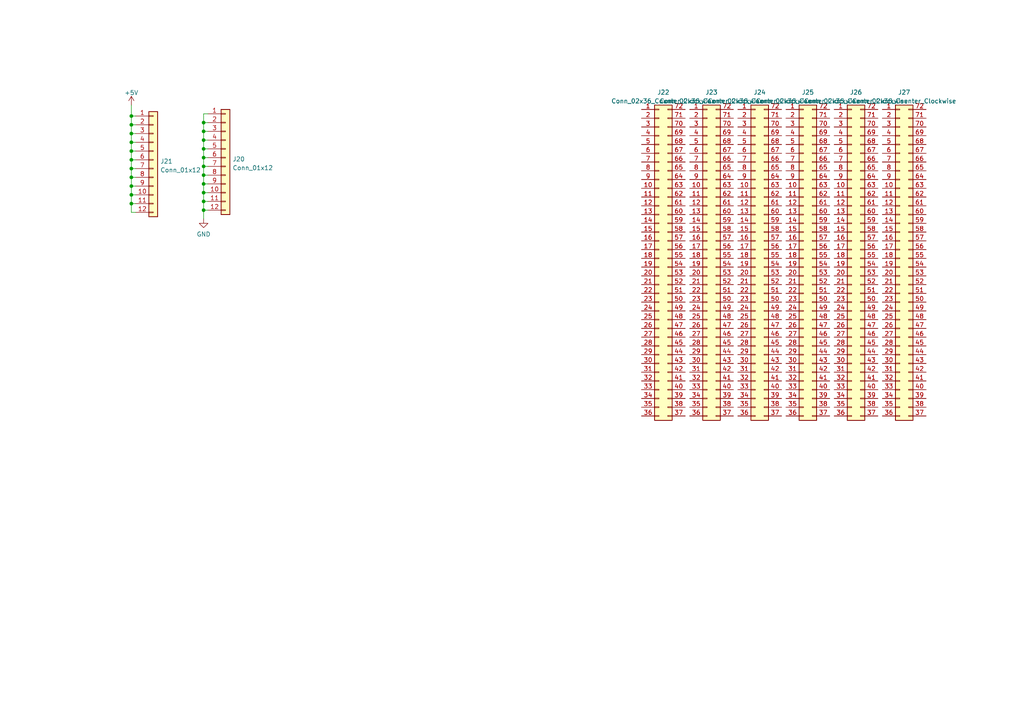
<source format=kicad_sch>
(kicad_sch (version 20230121) (generator eeschema)
  (paper "A4")
  (title_block (title "Unicomp v2 - 6502 6802 Board") (date "2023-06-29") (rev "v2") (company "100% Offner") (comment 1 "v2: Initial"))
  (lib_symbols
    (symbol "Connector_Generic:Conn_01x12" (pin_names (offset 1.016) hide)
      (property "Reference" "J" (at 0 15.24 0))
      (property "Value" "Conn_01x12" (at 0 -17.78 0))
      (symbol "Conn_01x12_1_1"
        (rectangle (start -1.27 -15.113) (end 0 -15.367) (stroke (width 0.1524)))
        (rectangle (start -1.27 -12.573) (end 0 -12.827) (stroke (width 0.1524)))
        (rectangle (start -1.27 -10.033) (end 0 -10.287) (stroke (width 0.1524)))
        (rectangle (start -1.27 -7.493) (end 0 -7.747) (stroke (width 0.1524)))
        (rectangle (start -1.27 -4.953) (end 0 -5.207) (stroke (width 0.1524)))
        (rectangle (start -1.27 -2.413) (end 0 -2.667) (stroke (width 0.1524)))
        (rectangle (start -1.27 0.127) (end 0 -0.127) (stroke (width 0.1524)))
        (rectangle (start -1.27 2.667) (end 0 2.413) (stroke (width 0.1524)))
        (rectangle (start -1.27 5.207) (end 0 4.953) (stroke (width 0.1524)))
        (rectangle (start -1.27 7.747) (end 0 7.493) (stroke (width 0.1524)))
        (rectangle (start -1.27 10.287) (end 0 10.033) (stroke (width 0.1524)))
        (rectangle (start -1.27 12.827) (end 0 12.573) (stroke (width 0.1524)))
        (rectangle (start -1.27 13.97) (end 1.27 -16.51) (stroke (width 0.254)) (fill (type background)))
        (pin passive line (at -5.08 12.7 0) (length 3.81) (name "Pin_1") (number "1"))
        (pin passive line (at -5.08 -10.16 0) (length 3.81) (name "Pin_10") (number "10"))
        (pin passive line (at -5.08 -12.7 0) (length 3.81) (name "Pin_11") (number "11"))
        (pin passive line (at -5.08 -15.24 0) (length 3.81) (name "Pin_12") (number "12"))
        (pin passive line (at -5.08 10.16 0) (length 3.81) (name "Pin_2") (number "2"))
        (pin passive line (at -5.08 7.62 0) (length 3.81) (name "Pin_3") (number "3"))
        (pin passive line (at -5.08 5.08 0) (length 3.81) (name "Pin_4") (number "4"))
        (pin passive line (at -5.08 2.54 0) (length 3.81) (name "Pin_5") (number "5"))
        (pin passive line (at -5.08 0 0) (length 3.81) (name "Pin_6") (number "6"))
        (pin passive line (at -5.08 -2.54 0) (length 3.81) (name "Pin_7") (number "7"))
        (pin passive line (at -5.08 -5.08 0) (length 3.81) (name "Pin_8") (number "8"))
        (pin passive line (at -5.08 -7.62 0) (length 3.81) (name "Pin_9") (number "9"))
      )
    )
    (symbol "Connector_Generic:Conn_02x36_Counter_Clockwise" (pin_names (offset 1.016) hide)
      (property "Reference" "J" (at 1.27 45.72 0))
      (property "Value" "Conn_02x36_Counter_Clockwise" (at 1.27 -48.26 0))
      (symbol "Conn_02x36_Counter_Clockwise_1_1"
        (rectangle (start -1.27 -45.593) (end 0 -45.847) (stroke (width 0.1524)))
        (rectangle (start -1.27 -43.053) (end 0 -43.307) (stroke (width 0.1524)))
        (rectangle (start -1.27 -40.513) (end 0 -40.767) (stroke (width 0.1524)))
        (rectangle (start -1.27 -37.973) (end 0 -38.227) (stroke (width 0.1524)))
        (rectangle (start -1.27 -35.433) (end 0 -35.687) (stroke (width 0.1524)))
        (rectangle (start -1.27 -32.893) (end 0 -33.147) (stroke (width 0.1524)))
        (rectangle (start -1.27 -30.353) (end 0 -30.607) (stroke (width 0.1524)))
        (rectangle (start -1.27 -27.813) (end 0 -28.067) (stroke (width 0.1524)))
        (rectangle (start -1.27 -25.273) (end 0 -25.527) (stroke (width 0.1524)))
        (rectangle (start -1.27 -22.733) (end 0 -22.987) (stroke (width 0.1524)))
        (rectangle (start -1.27 -20.193) (end 0 -20.447) (stroke (width 0.1524)))
        (rectangle (start -1.27 -17.653) (end 0 -17.907) (stroke (width 0.1524)))
        (rectangle (start -1.27 -15.113) (end 0 -15.367) (stroke (width 0.1524)))
        (rectangle (start -1.27 -12.573) (end 0 -12.827) (stroke (width 0.1524)))
        (rectangle (start -1.27 -10.033) (end 0 -10.287) (stroke (width 0.1524)))
        (rectangle (start -1.27 -7.493) (end 0 -7.747) (stroke (width 0.1524)))
        (rectangle (start -1.27 -4.953) (end 0 -5.207) (stroke (width 0.1524)))
        (rectangle (start -1.27 -2.413) (end 0 -2.667) (stroke (width 0.1524)))
        (rectangle (start -1.27 0.127) (end 0 -0.127) (stroke (width 0.1524)))
        (rectangle (start -1.27 2.667) (end 0 2.413) (stroke (width 0.1524)))
        (rectangle (start -1.27 5.207) (end 0 4.953) (stroke (width 0.1524)))
        (rectangle (start -1.27 7.747) (end 0 7.493) (stroke (width 0.1524)))
        (rectangle (start -1.27 10.287) (end 0 10.033) (stroke (width 0.1524)))
        (rectangle (start -1.27 12.827) (end 0 12.573) (stroke (width 0.1524)))
        (rectangle (start -1.27 15.367) (end 0 15.113) (stroke (width 0.1524)))
        (rectangle (start -1.27 17.907) (end 0 17.653) (stroke (width 0.1524)))
        (rectangle (start -1.27 20.447) (end 0 20.193) (stroke (width 0.1524)))
        (rectangle (start -1.27 22.987) (end 0 22.733) (stroke (width 0.1524)))
        (rectangle (start -1.27 25.527) (end 0 25.273) (stroke (width 0.1524)))
        (rectangle (start -1.27 28.067) (end 0 27.813) (stroke (width 0.1524)))
        (rectangle (start -1.27 30.607) (end 0 30.353) (stroke (width 0.1524)))
        (rectangle (start -1.27 33.147) (end 0 32.893) (stroke (width 0.1524)))
        (rectangle (start -1.27 35.687) (end 0 35.433) (stroke (width 0.1524)))
        (rectangle (start -1.27 38.227) (end 0 37.973) (stroke (width 0.1524)))
        (rectangle (start -1.27 40.767) (end 0 40.513) (stroke (width 0.1524)))
        (rectangle (start -1.27 43.307) (end 0 43.053) (stroke (width 0.1524)))
        (rectangle (start -1.27 44.45) (end 3.81 -46.99) (stroke (width 0.254)) (fill (type background)))
        (rectangle (start 3.81 -45.593) (end 2.54 -45.847) (stroke (width 0.1524)))
        (rectangle (start 3.81 -43.053) (end 2.54 -43.307) (stroke (width 0.1524)))
        (rectangle (start 3.81 -40.513) (end 2.54 -40.767) (stroke (width 0.1524)))
        (rectangle (start 3.81 -37.973) (end 2.54 -38.227) (stroke (width 0.1524)))
        (rectangle (start 3.81 -35.433) (end 2.54 -35.687) (stroke (width 0.1524)))
        (rectangle (start 3.81 -32.893) (end 2.54 -33.147) (stroke (width 0.1524)))
        (rectangle (start 3.81 -30.353) (end 2.54 -30.607) (stroke (width 0.1524)))
        (rectangle (start 3.81 -27.813) (end 2.54 -28.067) (stroke (width 0.1524)))
        (rectangle (start 3.81 -25.273) (end 2.54 -25.527) (stroke (width 0.1524)))
        (rectangle (start 3.81 -22.733) (end 2.54 -22.987) (stroke (width 0.1524)))
        (rectangle (start 3.81 -20.193) (end 2.54 -20.447) (stroke (width 0.1524)))
        (rectangle (start 3.81 -17.653) (end 2.54 -17.907) (stroke (width 0.1524)))
        (rectangle (start 3.81 -15.113) (end 2.54 -15.367) (stroke (width 0.1524)))
        (rectangle (start 3.81 -12.573) (end 2.54 -12.827) (stroke (width 0.1524)))
        (rectangle (start 3.81 -10.033) (end 2.54 -10.287) (stroke (width 0.1524)))
        (rectangle (start 3.81 -7.493) (end 2.54 -7.747) (stroke (width 0.1524)))
        (rectangle (start 3.81 -4.953) (end 2.54 -5.207) (stroke (width 0.1524)))
        (rectangle (start 3.81 -2.413) (end 2.54 -2.667) (stroke (width 0.1524)))
        (rectangle (start 3.81 0.127) (end 2.54 -0.127) (stroke (width 0.1524)))
        (rectangle (start 3.81 2.667) (end 2.54 2.413) (stroke (width 0.1524)))
        (rectangle (start 3.81 5.207) (end 2.54 4.953) (stroke (width 0.1524)))
        (rectangle (start 3.81 7.747) (end 2.54 7.493) (stroke (width 0.1524)))
        (rectangle (start 3.81 10.287) (end 2.54 10.033) (stroke (width 0.1524)))
        (rectangle (start 3.81 12.827) (end 2.54 12.573) (stroke (width 0.1524)))
        (rectangle (start 3.81 15.367) (end 2.54 15.113) (stroke (width 0.1524)))
        (rectangle (start 3.81 17.907) (end 2.54 17.653) (stroke (width 0.1524)))
        (rectangle (start 3.81 20.447) (end 2.54 20.193) (stroke (width 0.1524)))
        (rectangle (start 3.81 22.987) (end 2.54 22.733) (stroke (width 0.1524)))
        (rectangle (start 3.81 25.527) (end 2.54 25.273) (stroke (width 0.1524)))
        (rectangle (start 3.81 28.067) (end 2.54 27.813) (stroke (width 0.1524)))
        (rectangle (start 3.81 30.607) (end 2.54 30.353) (stroke (width 0.1524)))
        (rectangle (start 3.81 33.147) (end 2.54 32.893) (stroke (width 0.1524)))
        (rectangle (start 3.81 35.687) (end 2.54 35.433) (stroke (width 0.1524)))
        (rectangle (start 3.81 38.227) (end 2.54 37.973) (stroke (width 0.1524)))
        (rectangle (start 3.81 40.767) (end 2.54 40.513) (stroke (width 0.1524)))
        (rectangle (start 3.81 43.307) (end 2.54 43.053) (stroke (width 0.1524)))
        (pin passive line (at -5.08 43.18 0) (length 3.81) (name "Pin_1") (number "1"))
        (pin passive line (at -5.08 20.32 0) (length 3.81) (name "Pin_10") (number "10"))
        (pin passive line (at -5.08 17.78 0) (length 3.81) (name "Pin_11") (number "11"))
        (pin passive line (at -5.08 15.24 0) (length 3.81) (name "Pin_12") (number "12"))
        (pin passive line (at -5.08 12.7 0) (length 3.81) (name "Pin_13") (number "13"))
        (pin passive line (at -5.08 10.16 0) (length 3.81) (name "Pin_14") (number "14"))
        (pin passive line (at -5.08 7.62 0) (length 3.81) (name "Pin_15") (number "15"))
        (pin passive line (at -5.08 5.08 0) (length 3.81) (name "Pin_16") (number "16"))
        (pin passive line (at -5.08 2.54 0) (length 3.81) (name "Pin_17") (number "17"))
        (pin passive line (at -5.08 0 0) (length 3.81) (name "Pin_18") (number "18"))
        (pin passive line (at -5.08 -2.54 0) (length 3.81) (name "Pin_19") (number "19"))
        (pin passive line (at -5.08 40.64 0) (length 3.81) (name "Pin_2") (number "2"))
        (pin passive line (at -5.08 -5.08 0) (length 3.81) (name "Pin_20") (number "20"))
        (pin passive line (at -5.08 -7.62 0) (length 3.81) (name "Pin_21") (number "21"))
        (pin passive line (at -5.08 -10.16 0) (length 3.81) (name "Pin_22") (number "22"))
        (pin passive line (at -5.08 -12.7 0) (length 3.81) (name "Pin_23") (number "23"))
        (pin passive line (at -5.08 -15.24 0) (length 3.81) (name "Pin_24") (number "24"))
        (pin passive line (at -5.08 -17.78 0) (length 3.81) (name "Pin_25") (number "25"))
        (pin passive line (at -5.08 -20.32 0) (length 3.81) (name "Pin_26") (number "26"))
        (pin passive line (at -5.08 -22.86 0) (length 3.81) (name "Pin_27") (number "27"))
        (pin passive line (at -5.08 -25.4 0) (length 3.81) (name "Pin_28") (number "28"))
        (pin passive line (at -5.08 -27.94 0) (length 3.81) (name "Pin_29") (number "29"))
        (pin passive line (at -5.08 38.1 0) (length 3.81) (name "Pin_3") (number "3"))
        (pin passive line (at -5.08 -30.48 0) (length 3.81) (name "Pin_30") (number "30"))
        (pin passive line (at -5.08 -33.02 0) (length 3.81) (name "Pin_31") (number "31"))
        (pin passive line (at -5.08 -35.56 0) (length 3.81) (name "Pin_32") (number "32"))
        (pin passive line (at -5.08 -38.1 0) (length 3.81) (name "Pin_33") (number "33"))
        (pin passive line (at -5.08 -40.64 0) (length 3.81) (name "Pin_34") (number "34"))
        (pin passive line (at -5.08 -43.18 0) (length 3.81) (name "Pin_35") (number "35"))
        (pin passive line (at -5.08 -45.72 0) (length 3.81) (name "Pin_36") (number "36"))
        (pin passive line (at 7.62 -45.72 180) (length 3.81) (name "Pin_37") (number "37"))
        (pin passive line (at 7.62 -43.18 180) (length 3.81) (name "Pin_38") (number "38"))
        (pin passive line (at 7.62 -40.64 180) (length 3.81) (name "Pin_39") (number "39"))
        (pin passive line (at -5.08 35.56 0) (length 3.81) (name "Pin_4") (number "4"))
        (pin passive line (at 7.62 -38.1 180) (length 3.81) (name "Pin_40") (number "40"))
        (pin passive line (at 7.62 -35.56 180) (length 3.81) (name "Pin_41") (number "41"))
        (pin passive line (at 7.62 -33.02 180) (length 3.81) (name "Pin_42") (number "42"))
        (pin passive line (at 7.62 -30.48 180) (length 3.81) (name "Pin_43") (number "43"))
        (pin passive line (at 7.62 -27.94 180) (length 3.81) (name "Pin_44") (number "44"))
        (pin passive line (at 7.62 -25.4 180) (length 3.81) (name "Pin_45") (number "45"))
        (pin passive line (at 7.62 -22.86 180) (length 3.81) (name "Pin_46") (number "46"))
        (pin passive line (at 7.62 -20.32 180) (length 3.81) (name "Pin_47") (number "47"))
        (pin passive line (at 7.62 -17.78 180) (length 3.81) (name "Pin_48") (number "48"))
        (pin passive line (at 7.62 -15.24 180) (length 3.81) (name "Pin_49") (number "49"))
        (pin passive line (at -5.08 33.02 0) (length 3.81) (name "Pin_5") (number "5"))
        (pin passive line (at 7.62 -12.7 180) (length 3.81) (name "Pin_50") (number "50"))
        (pin passive line (at 7.62 -10.16 180) (length 3.81) (name "Pin_51") (number "51"))
        (pin passive line (at 7.62 -7.62 180) (length 3.81) (name "Pin_52") (number "52"))
        (pin passive line (at 7.62 -5.08 180) (length 3.81) (name "Pin_53") (number "53"))
        (pin passive line (at 7.62 -2.54 180) (length 3.81) (name "Pin_54") (number "54"))
        (pin passive line (at 7.62 0 180) (length 3.81) (name "Pin_55") (number "55"))
        (pin passive line (at 7.62 2.54 180) (length 3.81) (name "Pin_56") (number "56"))
        (pin passive line (at 7.62 5.08 180) (length 3.81) (name "Pin_57") (number "57"))
        (pin passive line (at 7.62 7.62 180) (length 3.81) (name "Pin_58") (number "58"))
        (pin passive line (at 7.62 10.16 180) (length 3.81) (name "Pin_59") (number "59"))
        (pin passive line (at -5.08 30.48 0) (length 3.81) (name "Pin_6") (number "6"))
        (pin passive line (at 7.62 12.7 180) (length 3.81) (name "Pin_60") (number "60"))
        (pin passive line (at 7.62 15.24 180) (length 3.81) (name "Pin_61") (number "61"))
        (pin passive line (at 7.62 17.78 180) (length 3.81) (name "Pin_62") (number "62"))
        (pin passive line (at 7.62 20.32 180) (length 3.81) (name "Pin_63") (number "63"))
        (pin passive line (at 7.62 22.86 180) (length 3.81) (name "Pin_64") (number "64"))
        (pin passive line (at 7.62 25.4 180) (length 3.81) (name "Pin_65") (number "65"))
        (pin passive line (at 7.62 27.94 180) (length 3.81) (name "Pin_66") (number "66"))
        (pin passive line (at 7.62 30.48 180) (length 3.81) (name "Pin_67") (number "67"))
        (pin passive line (at 7.62 33.02 180) (length 3.81) (name "Pin_68") (number "68"))
        (pin passive line (at 7.62 35.56 180) (length 3.81) (name "Pin_69") (number "69"))
        (pin passive line (at -5.08 27.94 0) (length 3.81) (name "Pin_7") (number "7"))
        (pin passive line (at 7.62 38.1 180) (length 3.81) (name "Pin_70") (number "70"))
        (pin passive line (at 7.62 40.64 180) (length 3.81) (name "Pin_71") (number "71"))
        (pin passive line (at 7.62 43.18 180) (length 3.81) (name "Pin_72") (number "72"))
        (pin passive line (at -5.08 25.4 0) (length 3.81) (name "Pin_8") (number "8"))
        (pin passive line (at -5.08 22.86 0) (length 3.81) (name "Pin_9") (number "9"))
      )
    )
    (symbol "power:+5V" (power) (pin_names (offset 0))
      (property "Value" "+5V" (at 0 3.556 0))
      (symbol "+5V_0_1"
        (polyline (pts (xy -0.762 1.27) (xy 0 2.54)))
        (polyline (pts (xy 0 0) (xy 0 2.54)))
        (polyline (pts (xy 0 2.54) (xy 0.762 1.27)))
      )
      (symbol "+5V_1_1"
        (pin power_in line (at 0 0 90) (length 0) hide (name "+5V") (number "1"))
      )
    )
    (symbol "power:GND" (power) (pin_names (offset 0))
      (property "Value" "GND" (at 0 -3.81 0))
      (symbol "GND_0_1"
        (polyline (pts (xy 0 0) (xy 0 -1.27) (xy 1.27 -1.27) (xy 0 -2.54) (xy -1.27 -1.27) (xy 0 -1.27)))
      )
      (symbol "GND_1_1"
        (pin power_in line (at 0 0 270) (length 0) hide (name "GND") (number "1"))
      )
    )
  )
  (junction (at 59.055 40.64))
  (junction (at 38.1 59.055))
  (junction (at 59.055 58.42))
  (junction (at 38.1 53.975))
  (junction (at 59.055 60.96))
  (junction (at 38.1 48.895))
  (junction (at 38.1 51.435))
  (junction (at 59.055 45.72))
  (junction (at 59.055 38.1))
  (junction (at 38.1 56.515))
  (junction (at 38.1 33.655))
  (junction (at 59.055 48.26))
  (junction (at 38.1 36.195))
  (junction (at 38.1 41.275))
  (junction (at 59.055 50.8))
  (junction (at 38.1 46.355))
  (junction (at 38.1 38.735))
  (junction (at 59.055 53.34))
  (junction (at 59.055 55.88))
  (junction (at 59.055 43.18))
  (junction (at 38.1 43.815))
  (junction (at 59.055 35.56))
  (wire (pts (xy 59.055 35.56) (xy 60.325 35.56)))
  (wire (pts (xy 59.055 48.26) (xy 59.055 50.8)))
  (wire (pts (xy 38.1 38.735) (xy 38.1 41.275)))
  (wire (pts (xy 38.1 43.815) (xy 38.1 46.355)))
  (wire (pts (xy 39.37 33.655) (xy 38.1 33.655)))
  (wire (pts (xy 38.1 48.895) (xy 39.37 48.895)))
  (wire (pts (xy 38.1 61.595) (xy 39.37 61.595)))
  (wire (pts (xy 38.1 56.515) (xy 38.1 59.055)))
  (wire (pts (xy 38.1 46.355) (xy 39.37 46.355)))
  (wire (pts (xy 38.1 51.435) (xy 39.37 51.435)))
  (wire (pts (xy 59.055 60.96) (xy 60.325 60.96)))
  (wire (pts (xy 59.055 53.34) (xy 60.325 53.34)))
  (wire (pts (xy 38.1 33.655) (xy 38.1 36.195)))
  (wire (pts (xy 38.1 43.815) (xy 39.37 43.815)))
  (wire (pts (xy 59.055 40.64) (xy 59.055 43.18)))
  (wire (pts (xy 38.1 59.055) (xy 39.37 59.055)))
  (wire (pts (xy 59.055 50.8) (xy 59.055 53.34)))
  (wire (pts (xy 38.1 51.435) (xy 38.1 53.975)))
  (wire (pts (xy 59.055 50.8) (xy 60.325 50.8)))
  (wire (pts (xy 38.1 59.055) (xy 38.1 61.595)))
  (wire (pts (xy 38.1 48.895) (xy 38.1 51.435)))
  (wire (pts (xy 59.055 58.42) (xy 60.325 58.42)))
  (wire (pts (xy 38.1 41.275) (xy 39.37 41.275)))
  (wire (pts (xy 59.055 58.42) (xy 59.055 60.96)))
  (wire (pts (xy 38.1 36.195) (xy 38.1 38.735)))
  (wire (pts (xy 59.055 38.1) (xy 59.055 40.64)))
  (wire (pts (xy 59.055 48.26) (xy 60.325 48.26)))
  (wire (pts (xy 59.055 45.72) (xy 59.055 48.26)))
  (wire (pts (xy 38.1 41.275) (xy 38.1 43.815)))
  (wire (pts (xy 59.055 43.18) (xy 59.055 45.72)))
  (wire (pts (xy 59.055 53.34) (xy 59.055 55.88)))
  (wire (pts (xy 59.055 60.96) (xy 59.055 63.5)))
  (wire (pts (xy 59.055 43.18) (xy 60.325 43.18)))
  (wire (pts (xy 59.055 55.88) (xy 59.055 58.42)))
  (wire (pts (xy 38.1 30.48) (xy 38.1 33.655)))
  (wire (pts (xy 38.1 36.195) (xy 39.37 36.195)))
  (wire (pts (xy 59.055 45.72) (xy 60.325 45.72)))
  (wire (pts (xy 59.055 55.88) (xy 60.325 55.88)))
  (wire (pts (xy 38.1 38.735) (xy 39.37 38.735)))
  (wire (pts (xy 38.1 53.975) (xy 39.37 53.975)))
  (wire (pts (xy 38.1 46.355) (xy 38.1 48.895)))
  (wire (pts (xy 59.055 38.1) (xy 60.325 38.1)))
  (wire (pts (xy 59.055 33.02) (xy 59.055 35.56)))
  (wire (pts (xy 59.055 35.56) (xy 59.055 38.1)))
  (wire (pts (xy 59.055 40.64) (xy 60.325 40.64)))
  (wire (pts (xy 38.1 53.975) (xy 38.1 56.515)))
  (wire (pts (xy 38.1 56.515) (xy 39.37 56.515)))
  (wire (pts (xy 60.325 33.02) (xy 59.055 33.02)))
  (symbol (lib_id "Connector_Generic:Conn_02x36_Counter_Clockwise") (at 260.985 74.93 0) (unit 1)
    (property "Reference" "J27" (at 262.255 26.7802 0))
    (property "Value" "Conn_02x36_Counter_Clockwise" (at 262.255 29.3171 0))
    (property "Footprint" "my_own_conn:Proto_2x36" (effects hide))
  )
  (symbol (lib_id "Connector_Generic:Conn_01x12") (at 44.45 46.355 0) (unit 1)
    (property "Reference" "J21" (at 46.482 46.7903 0) (effects (justify left)))
    (property "Value" "Conn_01x12" (at 46.482 49.3272 0) (effects (justify left)))
    (property "Footprint" "Connector_PinHeader_2.54mm:PinHeader_1x12_P2.54mm_Vertical" (effects hide))
  )
  (symbol (lib_id "Connector_Generic:Conn_02x36_Counter_Clockwise") (at 233.045 74.93 0) (unit 1)
    (property "Reference" "J25" (at 234.315 26.7802 0))
    (property "Value" "Conn_02x36_Counter_Clockwise" (at 234.315 29.3171 0))
    (property "Footprint" "my_own_conn:Proto_2x36" (effects hide))
  )
  (symbol (lib_id "Connector_Generic:Conn_02x36_Counter_Clockwise") (at 219.075 74.93 0) (unit 1)
    (property "Reference" "J24" (at 220.345 26.7802 0))
    (property "Value" "Conn_02x36_Counter_Clockwise" (at 220.345 29.3171 0))
    (property "Footprint" "my_own_conn:Proto_2x36" (effects hide))
  )
  (symbol (lib_id "Connector_Generic:Conn_02x36_Counter_Clockwise") (at 247.015 74.93 0) (unit 1)
    (property "Reference" "J26" (at 248.285 26.7802 0))
    (property "Value" "Conn_02x36_Counter_Clockwise" (at 248.285 29.3171 0))
    (property "Footprint" "my_own_conn:Proto_2x36" (effects hide))
  )
  (symbol (lib_id "Connector_Generic:Conn_02x36_Counter_Clockwise") (at 191.135 74.93 0) (unit 1)
    (property "Reference" "J22" (at 192.405 26.7802 0))
    (property "Value" "Conn_02x36_Counter_Clockwise" (at 192.405 29.3171 0))
    (property "Footprint" "my_own_conn:Proto_2x36" (effects hide))
  )
  (symbol (lib_id "power:GND") (at 59.055 63.5 0) (mirror y) (unit 1)
    (property "Reference" "#PWR040" (effects hide))
    (property "Value" "GND" (at 59.055 67.9434 0))
  )
  (symbol (lib_id "power:+5V") (at 38.1 30.48 0) (unit 1)
    (property "Reference" "#PWR039" (effects hide))
    (property "Value" "+5V" (at 38.1 26.9042 0))
  )
  (symbol (lib_id "Connector_Generic:Conn_01x12") (at 65.405 45.72 0) (unit 1)
    (property "Reference" "J20" (at 67.437 46.1553 0) (effects (justify left)))
    (property "Value" "Conn_01x12" (at 67.437 48.6922 0) (effects (justify left)))
    (property "Footprint" "Connector_PinHeader_2.54mm:PinHeader_1x12_P2.54mm_Vertical" (effects hide))
  )
  (symbol (lib_id "Connector_Generic:Conn_02x36_Counter_Clockwise") (at 205.105 74.93 0) (unit 1)
    (property "Reference" "J23" (at 206.375 26.7802 0))
    (property "Value" "Conn_02x36_Counter_Clockwise" (at 206.375 29.3171 0))
    (property "Footprint" "my_own_conn:Proto_2x36" (effects hide))
  )
)
</source>
